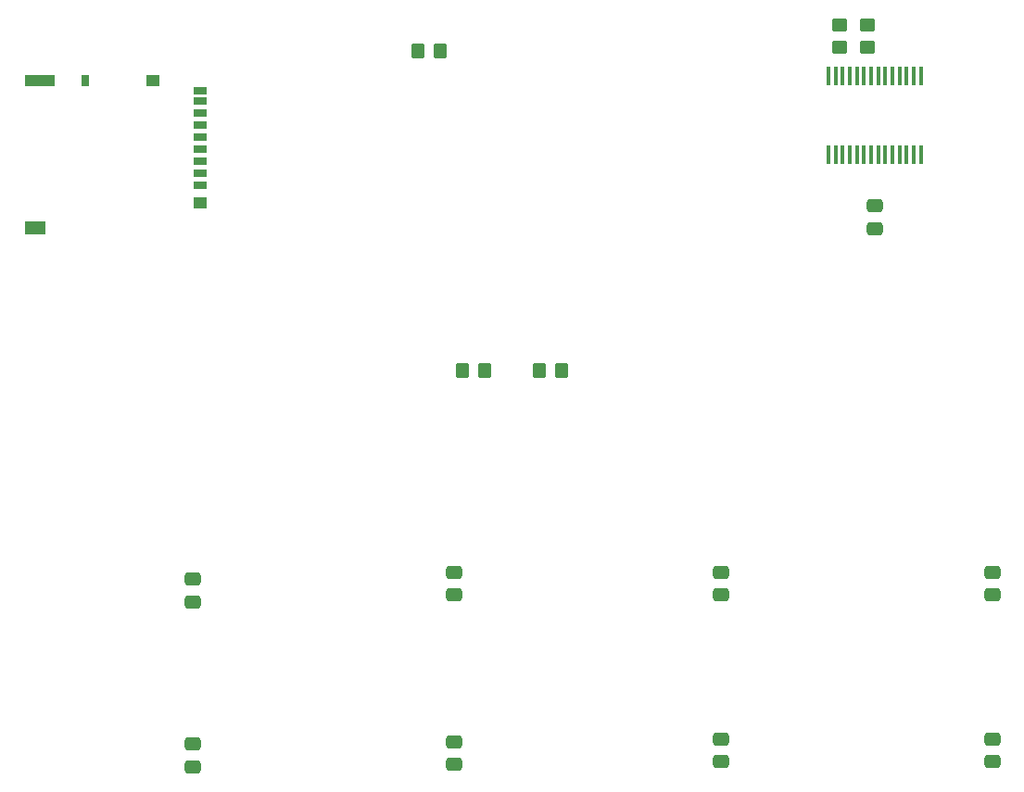
<source format=gbr>
%TF.GenerationSoftware,KiCad,Pcbnew,6.0.0-d3dd2cf0fa~116~ubuntu20.04.1*%
%TF.CreationDate,2022-01-03T23:27:21-03:00*%
%TF.ProjectId,CNC,434e432e-6b69-4636-9164-5f7063625858,1*%
%TF.SameCoordinates,Original*%
%TF.FileFunction,Paste,Top*%
%TF.FilePolarity,Positive*%
%FSLAX46Y46*%
G04 Gerber Fmt 4.6, Leading zero omitted, Abs format (unit mm)*
G04 Created by KiCad (PCBNEW 6.0.0-d3dd2cf0fa~116~ubuntu20.04.1) date 2022-01-03 23:27:21*
%MOMM*%
%LPD*%
G01*
G04 APERTURE LIST*
G04 Aperture macros list*
%AMRoundRect*
0 Rectangle with rounded corners*
0 $1 Rounding radius*
0 $2 $3 $4 $5 $6 $7 $8 $9 X,Y pos of 4 corners*
0 Add a 4 corners polygon primitive as box body*
4,1,4,$2,$3,$4,$5,$6,$7,$8,$9,$2,$3,0*
0 Add four circle primitives for the rounded corners*
1,1,$1+$1,$2,$3*
1,1,$1+$1,$4,$5*
1,1,$1+$1,$6,$7*
1,1,$1+$1,$8,$9*
0 Add four rect primitives between the rounded corners*
20,1,$1+$1,$2,$3,$4,$5,0*
20,1,$1+$1,$4,$5,$6,$7,0*
20,1,$1+$1,$6,$7,$8,$9,0*
20,1,$1+$1,$8,$9,$2,$3,0*%
G04 Aperture macros list end*
%ADD10RoundRect,0.250000X-0.450000X0.350000X-0.450000X-0.350000X0.450000X-0.350000X0.450000X0.350000X0*%
%ADD11RoundRect,0.250000X-0.475000X0.337500X-0.475000X-0.337500X0.475000X-0.337500X0.475000X0.337500X0*%
%ADD12RoundRect,0.250000X-0.350000X-0.450000X0.350000X-0.450000X0.350000X0.450000X-0.350000X0.450000X0*%
%ADD13R,0.450000X1.750000*%
%ADD14RoundRect,0.250000X0.350000X0.450000X-0.350000X0.450000X-0.350000X-0.450000X0.350000X-0.450000X0*%
%ADD15R,1.200000X0.700000*%
%ADD16R,0.800000X1.000000*%
%ADD17R,1.900000X1.300000*%
%ADD18R,1.200000X1.000000*%
%ADD19R,2.800000X1.000000*%
G04 APERTURE END LIST*
D10*
%TO.C,R4*%
X177165000Y-67310000D03*
X177165000Y-69310000D03*
%TD*%
%TO.C,R5*%
X174625000Y-67310000D03*
X174625000Y-69310000D03*
%TD*%
D11*
%TO.C,C7*%
X139383131Y-117297865D03*
X139383131Y-119372865D03*
%TD*%
D12*
%TO.C,R3*%
X136095480Y-69672865D03*
X138095480Y-69672865D03*
%TD*%
D11*
%TO.C,C13*%
X163765480Y-132537865D03*
X163765480Y-134612865D03*
%TD*%
%TO.C,C8*%
X188530480Y-132537865D03*
X188530480Y-134612865D03*
%TD*%
D13*
%TO.C,U7*%
X182025000Y-71965000D03*
X181375000Y-71965000D03*
X180725000Y-71965000D03*
X180075000Y-71965000D03*
X179425000Y-71965000D03*
X178775000Y-71965000D03*
X178125000Y-71965000D03*
X177475000Y-71965000D03*
X176825000Y-71965000D03*
X176175000Y-71965000D03*
X175525000Y-71965000D03*
X174875000Y-71965000D03*
X174225000Y-71965000D03*
X173575000Y-71965000D03*
X173575000Y-79165000D03*
X174225000Y-79165000D03*
X174875000Y-79165000D03*
X175525000Y-79165000D03*
X176175000Y-79165000D03*
X176825000Y-79165000D03*
X177475000Y-79165000D03*
X178125000Y-79165000D03*
X178775000Y-79165000D03*
X179425000Y-79165000D03*
X180075000Y-79165000D03*
X180725000Y-79165000D03*
X181375000Y-79165000D03*
X182025000Y-79165000D03*
%TD*%
D14*
%TO.C,R1*%
X142175480Y-98882865D03*
X140175480Y-98882865D03*
%TD*%
D11*
%TO.C,C16*%
X177800000Y-83820000D03*
X177800000Y-85895000D03*
%TD*%
%TO.C,C14*%
X115505480Y-117922865D03*
X115505480Y-119997865D03*
%TD*%
%TO.C,C12*%
X115505480Y-132992865D03*
X115505480Y-135067865D03*
%TD*%
%TO.C,C15*%
X163765480Y-117297865D03*
X163765480Y-119372865D03*
%TD*%
D12*
%TO.C,R2*%
X147160480Y-98882865D03*
X149160480Y-98882865D03*
%TD*%
D11*
%TO.C,C9*%
X188530480Y-117297865D03*
X188530480Y-119372865D03*
%TD*%
%TO.C,C5*%
X139383131Y-132770365D03*
X139383131Y-134845365D03*
%TD*%
D15*
%TO.C,J4*%
X116170480Y-81942865D03*
X116170480Y-80842865D03*
X116170480Y-79742865D03*
X116170480Y-78642865D03*
X116170480Y-77542865D03*
X116170480Y-76442865D03*
X116170480Y-75342865D03*
X116170480Y-74242865D03*
X116170480Y-73292865D03*
D16*
X105670480Y-72342865D03*
D17*
X101070480Y-85842865D03*
D18*
X116170480Y-83492865D03*
X111870480Y-72342865D03*
D19*
X101520480Y-72342865D03*
%TD*%
M02*

</source>
